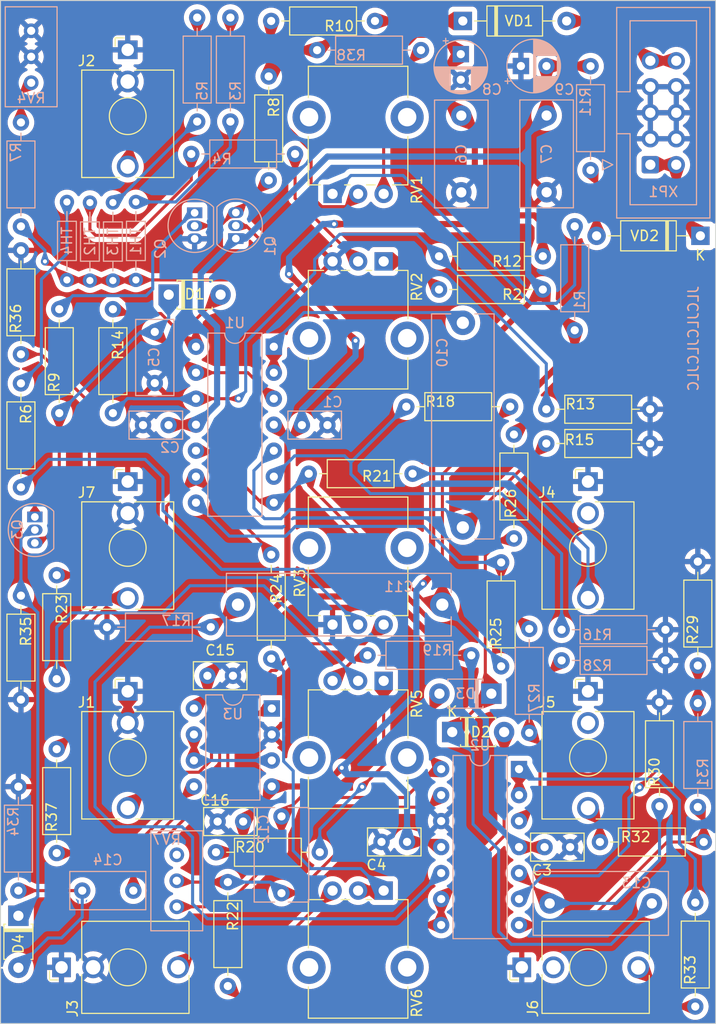
<source format=kicad_pcb>
(kicad_pcb (version 20221018) (generator pcbnew)

  (general
    (thickness 1.6)
  )

  (paper "A4")
  (title_block
    (title "Fireball VCO")
    (date "9/2/2023")
    (rev "2.0 alpha 5")
    (company "Synth Mages")
  )

  (layers
    (0 "F.Cu" signal)
    (31 "B.Cu" signal)
    (32 "B.Adhes" user "B.Adhesive")
    (33 "F.Adhes" user "F.Adhesive")
    (34 "B.Paste" user)
    (35 "F.Paste" user)
    (36 "B.SilkS" user "B.Silkscreen")
    (37 "F.SilkS" user "F.Silkscreen")
    (38 "B.Mask" user)
    (39 "F.Mask" user)
    (40 "Dwgs.User" user "User.Drawings")
    (41 "Cmts.User" user "User.Comments")
    (42 "Eco1.User" user "User.Eco1")
    (43 "Eco2.User" user "User.Eco2")
    (44 "Edge.Cuts" user)
    (45 "Margin" user)
    (46 "B.CrtYd" user "B.Courtyard")
    (47 "F.CrtYd" user "F.Courtyard")
    (48 "B.Fab" user)
    (49 "F.Fab" user)
    (50 "User.1" user)
    (51 "User.2" user)
    (52 "User.3" user)
    (53 "User.4" user)
    (54 "User.5" user)
    (55 "User.6" user)
    (56 "User.7" user)
    (57 "User.8" user)
    (58 "User.9" user)
  )

  (setup
    (stackup
      (layer "F.SilkS" (type "Top Silk Screen"))
      (layer "F.Paste" (type "Top Solder Paste"))
      (layer "F.Mask" (type "Top Solder Mask") (thickness 0.01))
      (layer "F.Cu" (type "copper") (thickness 0.035))
      (layer "dielectric 1" (type "core") (thickness 1.51) (material "FR4") (epsilon_r 4.5) (loss_tangent 0.02))
      (layer "B.Cu" (type "copper") (thickness 0.035))
      (layer "B.Mask" (type "Bottom Solder Mask") (thickness 0.01))
      (layer "B.Paste" (type "Bottom Solder Paste"))
      (layer "B.SilkS" (type "Bottom Silk Screen"))
      (copper_finish "None")
      (dielectric_constraints no)
    )
    (pad_to_mask_clearance 0)
    (grid_origin 84.5 17.5)
    (pcbplotparams
      (layerselection 0x00010fc_ffffffff)
      (plot_on_all_layers_selection 0x0000000_00000000)
      (disableapertmacros false)
      (usegerberextensions false)
      (usegerberattributes true)
      (usegerberadvancedattributes true)
      (creategerberjobfile true)
      (dashed_line_dash_ratio 12.000000)
      (dashed_line_gap_ratio 3.000000)
      (svgprecision 6)
      (plotframeref false)
      (viasonmask true)
      (mode 1)
      (useauxorigin true)
      (hpglpennumber 1)
      (hpglpenspeed 20)
      (hpglpendiameter 15.000000)
      (dxfpolygonmode true)
      (dxfimperialunits true)
      (dxfusepcbnewfont true)
      (psnegative false)
      (psa4output false)
      (plotreference true)
      (plotvalue true)
      (plotinvisibletext false)
      (sketchpadsonfab false)
      (subtractmaskfromsilk false)
      (outputformat 1)
      (mirror false)
      (drillshape 0)
      (scaleselection 1)
      (outputdirectory "./gerbers")
    )
  )

  (net 0 "")
  (net 1 "+12V")
  (net 2 "GNDREF")
  (net 3 "-12V")
  (net 4 "Net-(D1-K)")
  (net 5 "Net-(U1A--)")
  (net 6 "Net-(U1B-+)")
  (net 7 "Net-(U1C-+)")
  (net 8 "Net-(U2C-+)")
  (net 9 "Net-(U2D--)")
  (net 10 "Net-(D3-A)")
  (net 11 "Net-(D2-K)")
  (net 12 "Net-(U2B-+)")
  (net 13 "Net-(D4-A)")
  (net 14 "Net-(D1-A)")
  (net 15 "Net-(C14-Pad1)")
  (net 16 "Net-(D2-A)")
  (net 17 "Net-(D4-K)")
  (net 18 "Net-(R1-Pad1)")
  (net 19 "Net-(Q1-B)")
  (net 20 "Net-(R3-Pad1)")
  (net 21 "Net-(R3-Pad2)")
  (net 22 "Net-(R4-Pad1)")
  (net 23 "Net-(R4-Pad2)")
  (net 24 "Net-(R5-Pad1)")
  (net 25 "Net-(J2-PadT)")
  (net 26 "Net-(R6-Pad1)")
  (net 27 "Net-(R6-Pad2)")
  (net 28 "Net-(R7-Pad2)")
  (net 29 "Net-(Q1-E)")
  (net 30 "Net-(Q2-C)")
  (net 31 "Net-(Q3-E)")
  (net 32 "Net-(R2-Pad2)")
  (net 33 "Net-(R19-Pad2)")
  (net 34 "Net-(R20-Pad1)")
  (net 35 "Net-(J4-PadT)")
  (net 36 "Net-(VD1-K)")
  (net 37 "Net-(R23-Pad2)")
  (net 38 "Net-(R24-Pad2)")
  (net 39 "Net-(R25-Pad2)")
  (net 40 "Net-(VD2-A)")
  (net 41 "Net-(U1D-+)")
  (net 42 "Net-(R31-Pad1)")
  (net 43 "Net-(J5-PadT)")
  (net 44 "Net-(J6-PadT)")
  (net 45 "Net-(U1B--)")
  (net 46 "/FM IN LVL")
  (net 47 "Net-(J3-PadT)")
  (net 48 "unconnected-(RV7-Pad1)")
  (net 49 "Net-(U1C--)")
  (net 50 "Net-(U2A-+)")
  (net 51 "Net-(U2B--)")
  (net 52 "Net-(U2A--)")
  (net 53 "unconnected-(J4-PadTN)")
  (net 54 "unconnected-(J5-PadTN)")
  (net 55 "unconnected-(J6-PadTN)")
  (net 56 "Net-(J7-PadT)")
  (net 57 "Net-(U3B-+)")
  (net 58 "Net-(U3A-+)")
  (net 59 "Net-(VD1-A)")
  (net 60 "Net-(VD2-K)")
  (net 61 "Net-(R38-Pad2)")

  (footprint "Capacitor_THT:C_Disc_D5.0mm_W2.5mm_P2.50mm" (layer "F.Cu") (at 144.85 124.15))

  (footprint "SynthMages:Jack_3.5mm_QingPu_WQP-PJ398SM_Vertical_CircularHoles_Socket_Centered" (layer "F.Cu") (at 136.05 117.9))

  (footprint "Resistor_THT:R_Axial_DIN0207_L6.3mm_D2.5mm_P10.16mm_Horizontal" (layer "F.Cu") (at 145.85 130.07 -90))

  (footprint "SynthMages:Potentiometer_Alpha_RD901F-40-00D_Single_Vertical_CircularHoles_Shaft_Centered" (layer "F.Cu") (at 158.6 76.9 -90))

  (footprint "Resistor_THT:R_Axial_DIN0207_L6.3mm_D2.5mm_P10.16mm_Horizontal" (layer "F.Cu") (at 163.93 90.15 180))

  (footprint "SynthMages:Jack_3.5mm_QingPu_WQP-PJ398SM_Vertical_CircularHoles_Socket_Centered" (layer "F.Cu") (at 181.1 117.9))

  (footprint "Resistor_THT:R_Axial_DIN0207_L6.3mm_D2.5mm_P10.16mm_Horizontal" (layer "F.Cu") (at 125.6 81.32 -90))

  (footprint "SynthMages:Jack_3.5mm_QingPu_WQP-PJ398SM_Vertical_CircularHoles_Socket_Centered" (layer "F.Cu") (at 136.05 97.4))

  (footprint "Resistor_THT:R_Axial_DIN0207_L6.3mm_D2.5mm_P10.16mm_Horizontal" (layer "F.Cu") (at 182.27 126.15))

  (footprint "SynthMages:Jack_3.5mm_QingPu_WQP-PJ398SM_Vertical_CircularHoles_Socket_Centered" (layer "F.Cu") (at 181.1 138.4 90))

  (footprint "SynthMages:Jack_3.5mm_QingPu_WQP-PJ398SM_Vertical_CircularHoles_Socket_Centered" (layer "F.Cu") (at 136.05 55.2))

  (footprint "Resistor_THT:R_Axial_DIN0207_L6.3mm_D2.5mm_P10.16mm_Horizontal" (layer "F.Cu") (at 150.1 98.07 -90))

  (footprint "Resistor_THT:R_Axial_DIN0207_L6.3mm_D2.5mm_P10.16mm_Horizontal" (layer "F.Cu") (at 191.6 142.23 90))

  (footprint "Resistor_THT:R_Axial_DIN0207_L6.3mm_D2.5mm_P10.16mm_Horizontal" (layer "F.Cu") (at 160.25 45.9 180))

  (footprint "Resistor_THT:R_Axial_DIN0207_L6.3mm_D2.5mm_P10.16mm_Horizontal" (layer "F.Cu") (at 191.85 108.9 90))

  (footprint "Capacitor_THT:C_Disc_D5.0mm_W2.5mm_P2.50mm" (layer "F.Cu") (at 143.85 109.9))

  (footprint "Capacitor_THT:C_Disc_D5.0mm_W2.5mm_P2.50mm" (layer "F.Cu") (at 160.89 126.14))

  (footprint "Resistor_THT:R_Axial_DIN0207_L6.3mm_D2.5mm_P10.16mm_Horizontal" (layer "F.Cu") (at 177.02 87.2))

  (footprint "SynthMages:Potentiometer_Alpha_RD901F-40-00D_Single_Vertical_CircularHoles_Shaft_Centered" (layer "F.Cu") (at 158.6 117.9 -90))

  (footprint "Resistor_THT:R_Axial_DIN0207_L6.3mm_D2.5mm_P10.16mm_Horizontal" (layer "F.Cu") (at 176.68 68.9 180))

  (footprint "Diode_THT:D_A-405_P10.16mm_Horizontal" (layer "F.Cu") (at 192.1 66.9 180))

  (footprint "Capacitor_THT:C_Disc_D5.0mm_W2.5mm_P2.50mm" (layer "F.Cu") (at 176.85 126.65))

  (footprint "Diode_THT:D_T-1_P5.08mm_Horizontal" (layer "F.Cu") (at 167.81 115.4))

  (footprint "SynthMages:Jack_3.5mm_QingPu_WQP-PJ398SM_Vertical_CircularHoles_Socket_Centered" (layer "F.Cu") (at 136.05 138.4 90))

  (footprint "Resistor_THT:R_Axial_DIN0207_L6.3mm_D2.5mm_P10.16mm_Horizontal" (layer "F.Cu") (at 125.6 78.48 90))

  (footprint "Diode_THT:D_T-1_P5.08mm_Horizontal" (layer "F.Cu") (at 140.06 72.65))

  (footprint "Resistor_THT:R_Axial_DIN0207_L6.3mm_D2.5mm_P10.16mm_Horizontal" (layer "F.Cu") (at 176.68 72.15 180))

  (footprint "Resistor_THT:R_Axial_DIN0207_L6.3mm_D2.5mm_P10.16mm_Horizontal" (layer "F.Cu") (at 129.1 127.23 90))

  (footprint "Resistor_THT:R_Axial_DIN0207_L6.3mm_D2.5mm_P10.16mm_Horizontal" (layer "F.Cu") (at 125.6 102.07 -90))

  (footprint "SynthMages:Potentiometer_Alpha_RD901F-40-00D_Single_Vertical_CircularHoles_Shaft_Centered" (layer "F.Cu") (at 158.6 55.3 90))

  (footprint "Resistor_THT:R_Axial_DIN0207_L6.3mm_D2.5mm_P10.16mm_Horizontal" (layer "F.Cu") (at 188.1 122.65 90))

  (footprint "Resistor_THT:R_Axial_DIN0207_L6.3mm_D2.5mm_P10.16mm_Horizontal" (layer "F.Cu") (at 154.85 127.15 180))

  (footprint "Resistor_THT:R_Axial_DIN0207_L6.3mm_D2.5mm_P10.16mm_Horizontal" (layer "F.Cu") (at 149.85 51.32 -90))

  (footprint "Diode_THT:D_T-1_P5.08mm_Horizontal" (layer "F.Cu") (at 125.35 133.36 -90))

  (footprint "Resistor_THT:R_Axial_DIN0207_L6.3mm_D2.5mm_P10.16mm_Horizontal" (layer "F.Cu") (at 177.02 83.85))

  (footprint "Resistor_THT:R_Axial_DIN0207_L6.3mm_D2.5mm_P10.16mm_Horizontal" (layer "F.Cu") (at 172.6 108.98 90))

  (footprint "SynthMages:Potentiometer_Alpha_RD901F-40-00D_Single_Vertical_CircularHoles_Shaft_Centered" (layer "F.Cu") (at 158.6 97.4 90))

  (footprint "Resistor_THT:R_Axial_DIN0207_L6.3mm_D2.5mm_P10.16mm_Horizontal" (layer "F.Cu") (at 129.35 84.23 90))

  (footprint "Resistor_THT:R_Axial_DIN0207_L6.3mm_D2.5mm_P10.16mm_Horizontal" (layer "F.Cu") (at 129.1 100.07 -90))

  (footprint "Resistor_THT:R_Axial_DIN0207_L6.3mm_D2.5mm_P10.16mm_Horizontal" (layer "F.Cu") (at 173.85 96.48 90))

  (footprint "Resistor_THT:R_Axial_DIN0207_L6.3mm_D2.5mm_P10.16mm_Horizontal" (layer "F.Cu") (at 163.32 83.6))

  (footprint "Resistor_THT:R_Axial_DIN0207_L6.3mm_D2.5mm_P10.16mm_Horizontal" (layer "F.Cu")
    (tstamp ef45aa31-738c-4876-b96b-dfb1cb60936c)
    (at 134.6 74.07 -90)
    (descr "Resistor, Axial_DIN0207 series, Axial, Horizontal, pin pitch=10.16mm, 0.25W = 1/4W, length*diameter=6.3*2.5mm^2, http://cdn-reichelt.de/documents/datenblatt/B400/1_4W%23YAG.pdf")
    (tags "Resistor Axial_DIN0207 series Axial Horizontal pin pitch 10.16mm 0.25W = 1/4W length 6.3mm diameter 2.5mm")
    (property "Sheetfile" "Fireball.kicad_sch")
    (property "Sheetname" "")
    (property "ki_description" "Resistor, small symbol")
    (property "ki_keywords" "R resistor")
    (path "/5053762d-595d-4786-a0a2-113524060ce2")
    (attr through_hole)
    (fp_text reference "R14" (at 3.5 -0.5 90) (layer "F.SilkS")
        (effects (font (size 1 1) (thickness 0.15)))
      (tstamp 52b70405-5244-4a5f-8725-f2eea049a535)
    )
    (fp_text value "200K" (at 6.5 0.5 90) (layer "F.Fab")
        (effects (font (size 1 1) (thickness 0.15)))
      (tstamp 789b570a-1f51-4f3e-b407-ce5c448c500f)
    )
    (
... [1636614 chars truncated]
</source>
